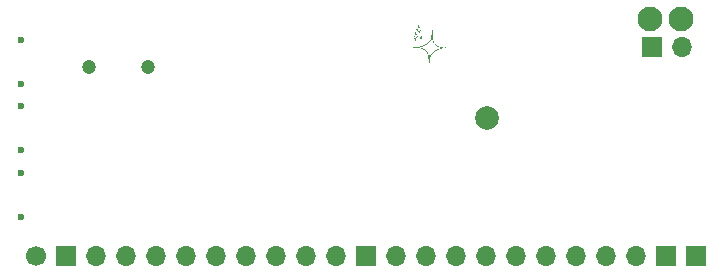
<source format=gbr>
%TF.GenerationSoftware,KiCad,Pcbnew,8.0.7*%
%TF.CreationDate,2024-12-31T00:41:56+01:00*%
%TF.ProjectId,BeDECT,42654445-4354-42e6-9b69-6361645f7063,rev?*%
%TF.SameCoordinates,Original*%
%TF.FileFunction,Soldermask,Bot*%
%TF.FilePolarity,Negative*%
%FSLAX46Y46*%
G04 Gerber Fmt 4.6, Leading zero omitted, Abs format (unit mm)*
G04 Created by KiCad (PCBNEW 8.0.7) date 2024-12-31 00:41:56*
%MOMM*%
%LPD*%
G01*
G04 APERTURE LIST*
%ADD10C,0.000000*%
%ADD11C,0.600000*%
%ADD12R,1.700000X1.700000*%
%ADD13O,1.700000X1.700000*%
%ADD14C,2.100000*%
%ADD15C,1.200000*%
%ADD16C,1.700000*%
%ADD17C,2.000000*%
G04 APERTURE END LIST*
D10*
%TO.C,G\u002A\u002A\u002A*%
G36*
X151700697Y-78011658D02*
G01*
X151701433Y-78024257D01*
X151695770Y-78029417D01*
X151683714Y-78028322D01*
X151677941Y-78027692D01*
X151667166Y-78032491D01*
X151657715Y-78046491D01*
X151648977Y-78070788D01*
X151640343Y-78106481D01*
X151639888Y-78108635D01*
X151634808Y-78131049D01*
X151630300Y-78148398D01*
X151627292Y-78157082D01*
X151621960Y-78162185D01*
X151612863Y-78161029D01*
X151604557Y-78151012D01*
X151599400Y-78134080D01*
X151594823Y-78113361D01*
X151577168Y-78074405D01*
X151549058Y-78038670D01*
X151511840Y-78008097D01*
X151504054Y-78002729D01*
X151492184Y-77993387D01*
X151487696Y-77987983D01*
X151488284Y-77986933D01*
X151490551Y-77984602D01*
X151561661Y-77984602D01*
X151568342Y-77995075D01*
X151580517Y-78010011D01*
X151592215Y-78023901D01*
X151602211Y-78037203D01*
X151606055Y-78044395D01*
X151606413Y-78047567D01*
X151610625Y-78049985D01*
X151617574Y-78043939D01*
X151624724Y-78031219D01*
X151632478Y-78016289D01*
X151640788Y-78005715D01*
X151641669Y-78004940D01*
X151645105Y-77998408D01*
X151643227Y-77987726D01*
X151635551Y-77969561D01*
X151630469Y-77958722D01*
X151623704Y-77944516D01*
X151620411Y-77937924D01*
X151617607Y-77938908D01*
X151607807Y-77946130D01*
X151593699Y-77958242D01*
X151583423Y-77967047D01*
X151569852Y-77977089D01*
X151561745Y-77980999D01*
X151561661Y-77984602D01*
X151490551Y-77984602D01*
X151495692Y-77979316D01*
X151509772Y-77966649D01*
X151528220Y-77951032D01*
X151552187Y-77930455D01*
X151576365Y-77906428D01*
X151591990Y-77885279D01*
X151600394Y-77865099D01*
X151602910Y-77843977D01*
X151602769Y-77836705D01*
X151601044Y-77816391D01*
X151597979Y-77801772D01*
X151597724Y-77801058D01*
X151596730Y-77790013D01*
X151605557Y-77784233D01*
X151617780Y-77783228D01*
X151635028Y-77790033D01*
X151646750Y-77804219D01*
X151647266Y-77805673D01*
X151650111Y-77819084D01*
X151653133Y-77840271D01*
X151655761Y-77865346D01*
X151655766Y-77865396D01*
X151660470Y-77899914D01*
X151669116Y-77931623D01*
X151683456Y-77966950D01*
X151693559Y-77990439D01*
X151696240Y-77998408D01*
X151700697Y-78011658D01*
G37*
G36*
X151702031Y-77311902D02*
G01*
X151715457Y-77320639D01*
X151720140Y-77324581D01*
X151724127Y-77331119D01*
X151718583Y-77336876D01*
X151701534Y-77342355D01*
X151677955Y-77342143D01*
X151652766Y-77336176D01*
X151633150Y-77331960D01*
X151612537Y-77335405D01*
X151590842Y-77348228D01*
X151565820Y-77371335D01*
X151558578Y-77379105D01*
X151524032Y-77425286D01*
X151499921Y-77476315D01*
X151485769Y-77533469D01*
X151481098Y-77598021D01*
X151480697Y-77623795D01*
X151479038Y-77645200D01*
X151475698Y-77659145D01*
X151470257Y-77668351D01*
X151460682Y-77676457D01*
X151448377Y-77680925D01*
X151444933Y-77680554D01*
X151440109Y-77676356D01*
X151437834Y-77665235D01*
X151437263Y-77644416D01*
X151434227Y-77604900D01*
X151421989Y-77550165D01*
X151401717Y-77494532D01*
X151374863Y-77441233D01*
X151342879Y-77393503D01*
X151307214Y-77354577D01*
X151300210Y-77348393D01*
X151286018Y-77338058D01*
X151273515Y-77334277D01*
X151257830Y-77335133D01*
X151254144Y-77335579D01*
X151236095Y-77335113D01*
X151225249Y-77328362D01*
X151218068Y-77321950D01*
X151202835Y-77319268D01*
X151186131Y-77328682D01*
X151179920Y-77333957D01*
X151175490Y-77334142D01*
X151174699Y-77323290D01*
X151175097Y-77319435D01*
X151181056Y-77303262D01*
X151184026Y-77298633D01*
X151316163Y-77298633D01*
X151354692Y-77339820D01*
X151360393Y-77346176D01*
X151379226Y-77370239D01*
X151398168Y-77398305D01*
X151415644Y-77427614D01*
X151430077Y-77455405D01*
X151439893Y-77478920D01*
X151443515Y-77495399D01*
X151443523Y-77496412D01*
X151445489Y-77505516D01*
X151450244Y-77503845D01*
X151456828Y-77492461D01*
X151464281Y-77472426D01*
X151479584Y-77436082D01*
X151502604Y-77397666D01*
X151530500Y-77361349D01*
X151560688Y-77330487D01*
X151590583Y-77308437D01*
X151593037Y-77306933D01*
X151596813Y-77302538D01*
X151595260Y-77295994D01*
X151587322Y-77284961D01*
X151571944Y-77267096D01*
X151540523Y-77228172D01*
X151494923Y-77157497D01*
X151457601Y-77080335D01*
X151430054Y-76999508D01*
X151422426Y-76971376D01*
X151417274Y-77021388D01*
X151409053Y-77074482D01*
X151389477Y-77147733D01*
X151361586Y-77218320D01*
X151326882Y-77281916D01*
X151316163Y-77298633D01*
X151184026Y-77298633D01*
X151191890Y-77286375D01*
X151204472Y-77272916D01*
X151216405Y-77267307D01*
X151233139Y-77267175D01*
X151247789Y-77267138D01*
X151261616Y-77262805D01*
X151274628Y-77252281D01*
X151288864Y-77233857D01*
X151306366Y-77205822D01*
X151343345Y-77134931D01*
X151375918Y-77047942D01*
X151397042Y-76956134D01*
X151398846Y-76945223D01*
X151403638Y-76918053D01*
X151407492Y-76900860D01*
X151411044Y-76891819D01*
X151414931Y-76889107D01*
X151419789Y-76890897D01*
X151422646Y-76890407D01*
X151424385Y-76880148D01*
X151423407Y-76858178D01*
X151422477Y-76841948D01*
X151422903Y-76832689D01*
X151424697Y-76833842D01*
X151426895Y-76840304D01*
X151432705Y-76857636D01*
X151440667Y-76881537D01*
X151449730Y-76908860D01*
X151471998Y-76973743D01*
X151493314Y-77030344D01*
X151513701Y-77078206D01*
X151533922Y-77119118D01*
X151554741Y-77154870D01*
X151585462Y-77201754D01*
X151612544Y-77239230D01*
X151636125Y-77267194D01*
X151657017Y-77286607D01*
X151676029Y-77298427D01*
X151683230Y-77301842D01*
X151684531Y-77302538D01*
X151702031Y-77311902D01*
G37*
G36*
X151375071Y-77903559D02*
G01*
X151391737Y-77924636D01*
X151398574Y-77938209D01*
X151395582Y-77944221D01*
X151382762Y-77942613D01*
X151360117Y-77933330D01*
X151356845Y-77931797D01*
X151342870Y-77926861D01*
X151329808Y-77927089D01*
X151311456Y-77932357D01*
X151301155Y-77935958D01*
X151289725Y-77941870D01*
X151285696Y-77949932D01*
X151286089Y-77963842D01*
X151286566Y-77973656D01*
X151283904Y-77984813D01*
X151275205Y-77990224D01*
X151261860Y-77991770D01*
X151253283Y-77987851D01*
X151253481Y-77979966D01*
X151253703Y-77976471D01*
X151245769Y-77975770D01*
X151236495Y-77980877D01*
X151222688Y-77996074D01*
X151208020Y-78018691D01*
X151194082Y-78046206D01*
X151182465Y-78076095D01*
X151181401Y-78080011D01*
X151176426Y-78098318D01*
X151169783Y-78129168D01*
X151163421Y-78164314D01*
X151158146Y-78199660D01*
X151156988Y-78208490D01*
X151152893Y-78238923D01*
X151149793Y-78258815D01*
X151147200Y-78269672D01*
X151144627Y-78272999D01*
X151141586Y-78270303D01*
X151137588Y-78263088D01*
X151136612Y-78261263D01*
X151128335Y-78249550D01*
X151121567Y-78245437D01*
X151120158Y-78244333D01*
X151115328Y-78234046D01*
X151108555Y-78214671D01*
X151100536Y-78188283D01*
X151091964Y-78156959D01*
X151086729Y-78137406D01*
X151072418Y-78090798D01*
X151118435Y-78090798D01*
X151118715Y-78095090D01*
X151122479Y-78102066D01*
X151128086Y-78099219D01*
X151132259Y-78087363D01*
X151133146Y-78080011D01*
X151132160Y-78073158D01*
X151126707Y-78075689D01*
X151122818Y-78079891D01*
X151118435Y-78090798D01*
X151072418Y-78090798D01*
X151070948Y-78086009D01*
X151053665Y-78042629D01*
X151033193Y-78003921D01*
X151007840Y-77966540D01*
X150975920Y-77927140D01*
X150966929Y-77916677D01*
X151006564Y-77916677D01*
X151038566Y-77947275D01*
X151067941Y-77981722D01*
X151093532Y-78026637D01*
X151116496Y-78075400D01*
X151127101Y-78048517D01*
X151129129Y-78043708D01*
X151148632Y-78011589D01*
X151177425Y-77979423D01*
X151213016Y-77949661D01*
X151252914Y-77924754D01*
X151263736Y-77919040D01*
X151284341Y-77907983D01*
X151299165Y-77899784D01*
X151305554Y-77895900D01*
X151305519Y-77894275D01*
X151300119Y-77885731D01*
X151289268Y-77873066D01*
X151282929Y-77865963D01*
X151266555Y-77845647D01*
X151251434Y-77824711D01*
X151245647Y-77815621D01*
X151231269Y-77790730D01*
X151214849Y-77760111D01*
X151198048Y-77727073D01*
X151182528Y-77694926D01*
X151169952Y-77666979D01*
X151161979Y-77646542D01*
X151153767Y-77621536D01*
X151145216Y-77655919D01*
X151132628Y-77702797D01*
X151111643Y-77766161D01*
X151088794Y-77818066D01*
X151063809Y-77859096D01*
X151036414Y-77889840D01*
X151006564Y-77916677D01*
X150966929Y-77916677D01*
X150960250Y-77908905D01*
X150946427Y-77892413D01*
X150939659Y-77883208D01*
X150939316Y-77880054D01*
X150944763Y-77881717D01*
X150955371Y-77886959D01*
X150980457Y-77899757D01*
X151002517Y-77877696D01*
X151009730Y-77870134D01*
X151024342Y-77851633D01*
X151037416Y-77829330D01*
X151050456Y-77800444D01*
X151064964Y-77762195D01*
X151068428Y-77752421D01*
X151093052Y-77672192D01*
X151108865Y-77596736D01*
X151116512Y-77523074D01*
X151118284Y-77494865D01*
X151120398Y-77471354D01*
X151122564Y-77455459D01*
X151124517Y-77449618D01*
X151124586Y-77449619D01*
X151135744Y-77455392D01*
X151146809Y-77470557D01*
X151156120Y-77492120D01*
X151162012Y-77517089D01*
X151164802Y-77531254D01*
X151171677Y-77553806D01*
X151182788Y-77582207D01*
X151198798Y-77618119D01*
X151220373Y-77663208D01*
X151237129Y-77697109D01*
X151260589Y-77742845D01*
X151281259Y-77780346D01*
X151300404Y-77811630D01*
X151319288Y-77838717D01*
X151339173Y-77863625D01*
X151361325Y-77888374D01*
X151368138Y-77895900D01*
X151375071Y-77903559D01*
G37*
G36*
X153910507Y-78846298D02*
G01*
X153918795Y-78857543D01*
X153916994Y-78866680D01*
X153915993Y-78867172D01*
X153906530Y-78865853D01*
X153891834Y-78860159D01*
X153873838Y-78852890D01*
X153857170Y-78850490D01*
X153849250Y-78856409D01*
X153848417Y-78857464D01*
X153838552Y-78859450D01*
X153817466Y-78858868D01*
X153784651Y-78855715D01*
X153735592Y-78852134D01*
X153663860Y-78852386D01*
X153586872Y-78857935D01*
X153507894Y-78868424D01*
X153430190Y-78883491D01*
X153357027Y-78902778D01*
X153340602Y-78907726D01*
X153308867Y-78917115D01*
X153273462Y-78927439D01*
X153239435Y-78937220D01*
X153217848Y-78943554D01*
X153181972Y-78954708D01*
X153147855Y-78965971D01*
X153120655Y-78975674D01*
X153115530Y-78977678D01*
X153091685Y-78987846D01*
X153061441Y-79001658D01*
X153027019Y-79018004D01*
X152990637Y-79035778D01*
X152954517Y-79053870D01*
X152920877Y-79071173D01*
X152891938Y-79086579D01*
X152869919Y-79098979D01*
X152857042Y-79107266D01*
X152845499Y-79113947D01*
X152835094Y-79113035D01*
X152830573Y-79112862D01*
X152816622Y-79119880D01*
X152793961Y-79135640D01*
X152762522Y-79160186D01*
X152750514Y-79169885D01*
X152728420Y-79187800D01*
X152710407Y-79202674D01*
X152694619Y-79216195D01*
X152679202Y-79230052D01*
X152662303Y-79245935D01*
X152642065Y-79265532D01*
X152616635Y-79290531D01*
X152584158Y-79322622D01*
X152559711Y-79346926D01*
X152536045Y-79371164D01*
X152518083Y-79391020D01*
X152503986Y-79408860D01*
X152491913Y-79427052D01*
X152480025Y-79447961D01*
X152466480Y-79473954D01*
X152451234Y-79505535D01*
X152430078Y-79556934D01*
X152415380Y-79603636D01*
X152407249Y-79639073D01*
X152398000Y-79685368D01*
X152388003Y-79740395D01*
X152377563Y-79802298D01*
X152366982Y-79869218D01*
X152356563Y-79939300D01*
X152346609Y-80010685D01*
X152337423Y-80081516D01*
X152336601Y-80088070D01*
X152329769Y-80139208D01*
X152322824Y-80185712D01*
X152316091Y-80225630D01*
X152309898Y-80257008D01*
X152304572Y-80277893D01*
X152290777Y-80321107D01*
X152284518Y-80293522D01*
X152278259Y-80265936D01*
X152276256Y-80296032D01*
X152275611Y-80303552D01*
X152272202Y-80319638D01*
X152266796Y-80323656D01*
X152265340Y-80321554D01*
X152262975Y-80310428D01*
X152260739Y-80289502D01*
X152258618Y-80258439D01*
X152256600Y-80216900D01*
X152254671Y-80164547D01*
X152252817Y-80101043D01*
X152251026Y-80026050D01*
X152249283Y-79939229D01*
X152247575Y-79840243D01*
X152247435Y-79831844D01*
X152246493Y-79784486D01*
X152245367Y-79740423D01*
X152244120Y-79701495D01*
X152242818Y-79669544D01*
X152241526Y-79646413D01*
X152240308Y-79633942D01*
X152237336Y-79618793D01*
X152230809Y-79589843D01*
X152222521Y-79556179D01*
X152213234Y-79520618D01*
X152203710Y-79485976D01*
X152194709Y-79455070D01*
X152186992Y-79430715D01*
X152181322Y-79415727D01*
X152179327Y-79411356D01*
X152170684Y-79391066D01*
X152160156Y-79364963D01*
X152149584Y-79337583D01*
X152141762Y-79317585D01*
X152116759Y-79263434D01*
X152087359Y-79214527D01*
X152051259Y-79167341D01*
X152006153Y-79118352D01*
X152001550Y-79113725D01*
X151958240Y-79073504D01*
X151912064Y-79035820D01*
X151865609Y-79002542D01*
X151821466Y-78975540D01*
X151782221Y-78956682D01*
X151766458Y-78949983D01*
X151741242Y-78938473D01*
X151711712Y-78924434D01*
X151681485Y-78909559D01*
X151662635Y-78900249D01*
X151615518Y-78878622D01*
X151571261Y-78861316D01*
X151527680Y-78847907D01*
X151482591Y-78837971D01*
X151433809Y-78831082D01*
X151379151Y-78826818D01*
X151316431Y-78824752D01*
X151243466Y-78824462D01*
X151169584Y-78824036D01*
X151102612Y-78821610D01*
X151047442Y-78817108D01*
X151003792Y-78810487D01*
X150971384Y-78801703D01*
X150949937Y-78790713D01*
X150947466Y-78787674D01*
X151531036Y-78787674D01*
X151531576Y-78790209D01*
X151540807Y-78799199D01*
X151559989Y-78808369D01*
X151587186Y-78817066D01*
X151620463Y-78824638D01*
X151657882Y-78830433D01*
X151705818Y-78840134D01*
X151753867Y-78858766D01*
X151760970Y-78862090D01*
X151783160Y-78871845D01*
X151800755Y-78878658D01*
X151810453Y-78881221D01*
X151810822Y-78881230D01*
X151822234Y-78885163D01*
X151836373Y-78894082D01*
X151860847Y-78911939D01*
X151887096Y-78928579D01*
X151908824Y-78939593D01*
X151923635Y-78943622D01*
X151933639Y-78947511D01*
X151950652Y-78959734D01*
X151972419Y-78978711D01*
X151997386Y-79002825D01*
X152024000Y-79030456D01*
X152050706Y-79059986D01*
X152075950Y-79089796D01*
X152098178Y-79118269D01*
X152115836Y-79143785D01*
X152120533Y-79151131D01*
X152135923Y-79174192D01*
X152149904Y-79193803D01*
X152159930Y-79206350D01*
X152166811Y-79215398D01*
X152179522Y-79236699D01*
X152193855Y-79264500D01*
X152208347Y-79295610D01*
X152221536Y-79326843D01*
X152231959Y-79355008D01*
X152238155Y-79376919D01*
X152239342Y-79382564D01*
X152244856Y-79406675D01*
X152252044Y-79436109D01*
X152259664Y-79465739D01*
X152262276Y-79475767D01*
X152269355Y-79504538D01*
X152275211Y-79530530D01*
X152278779Y-79549108D01*
X152280170Y-79556281D01*
X152285400Y-79571773D01*
X152291483Y-79579472D01*
X152296330Y-79584466D01*
X152300185Y-79599477D01*
X152300703Y-79620836D01*
X152298095Y-79645262D01*
X152292572Y-79669475D01*
X152284347Y-79690194D01*
X152279412Y-79700632D01*
X152271741Y-79723149D01*
X152268718Y-79742107D01*
X152268724Y-79745234D01*
X152269428Y-79757799D01*
X152272620Y-79760156D01*
X152280150Y-79754279D01*
X152288178Y-79747637D01*
X152294512Y-79743933D01*
X152294944Y-79744392D01*
X152296010Y-79753202D01*
X152296338Y-79771340D01*
X152296014Y-79796335D01*
X152295126Y-79825719D01*
X152293761Y-79857020D01*
X152292006Y-79887769D01*
X152289948Y-79915496D01*
X152287675Y-79937731D01*
X152285698Y-79957603D01*
X152283451Y-79988073D01*
X152281225Y-80025287D01*
X152279195Y-80066279D01*
X152277538Y-80108085D01*
X152277362Y-80113295D01*
X152276137Y-80156071D01*
X152275577Y-80189621D01*
X152275636Y-80213477D01*
X152276268Y-80227172D01*
X152277430Y-80230238D01*
X152279074Y-80222208D01*
X152281157Y-80202614D01*
X152283633Y-80170990D01*
X152284411Y-80160516D01*
X152289726Y-80103774D01*
X152297330Y-80038386D01*
X152306778Y-79967278D01*
X152317627Y-79893374D01*
X152329431Y-79819597D01*
X152341746Y-79748873D01*
X152354127Y-79684126D01*
X152366131Y-79628279D01*
X152369835Y-79611004D01*
X152376849Y-79571318D01*
X152382447Y-79530617D01*
X152385667Y-79495434D01*
X152386991Y-79475823D01*
X152389207Y-79452860D01*
X152391567Y-79437167D01*
X152393742Y-79431356D01*
X152394215Y-79431456D01*
X152399093Y-79438012D01*
X152404496Y-79451673D01*
X152410800Y-79471991D01*
X152421714Y-79447109D01*
X152430756Y-79431157D01*
X152447420Y-79407213D01*
X152470052Y-79377602D01*
X152497263Y-79344037D01*
X152527666Y-79308227D01*
X152559871Y-79271883D01*
X152592490Y-79236716D01*
X152603587Y-79225230D01*
X152632020Y-79197100D01*
X152661526Y-79169455D01*
X152690461Y-79143694D01*
X152717182Y-79121220D01*
X152740043Y-79103432D01*
X152757400Y-79091733D01*
X152767609Y-79087521D01*
X152768777Y-79087364D01*
X152779883Y-79082898D01*
X152798702Y-79073203D01*
X152822922Y-79059523D01*
X152850230Y-79043101D01*
X152850905Y-79042684D01*
X152881850Y-79024321D01*
X152913204Y-79007001D01*
X152941342Y-78992655D01*
X152962639Y-78983215D01*
X152982564Y-78975273D01*
X153013490Y-78962027D01*
X153040783Y-78949409D01*
X153043130Y-78948296D01*
X153062521Y-78940173D01*
X153090918Y-78929394D01*
X153125835Y-78916855D01*
X153164788Y-78903453D01*
X153205292Y-78890083D01*
X153214095Y-78887237D01*
X153255230Y-78873706D01*
X153285768Y-78863145D01*
X153306889Y-78855069D01*
X153319769Y-78848999D01*
X153325589Y-78844452D01*
X153325527Y-78840946D01*
X153325106Y-78840473D01*
X153313039Y-78833227D01*
X153291471Y-78825483D01*
X153263144Y-78817975D01*
X153230799Y-78811436D01*
X153197178Y-78806600D01*
X153191383Y-78805897D01*
X153147336Y-78796434D01*
X153102638Y-78778759D01*
X153095007Y-78775176D01*
X153073375Y-78765486D01*
X153056768Y-78758729D01*
X153048284Y-78756190D01*
X153045454Y-78755575D01*
X153033467Y-78750019D01*
X153017676Y-78740561D01*
X153014164Y-78738253D01*
X152991695Y-78723486D01*
X152970117Y-78709303D01*
X152963923Y-78705527D01*
X152945737Y-78697055D01*
X152931244Y-78693674D01*
X152929828Y-78693517D01*
X152917780Y-78687288D01*
X152899755Y-78673135D01*
X152877266Y-78652649D01*
X152851829Y-78627420D01*
X152824956Y-78599039D01*
X152798162Y-78569097D01*
X152772960Y-78539185D01*
X152750866Y-78510893D01*
X152733393Y-78485811D01*
X152722386Y-78469027D01*
X152708666Y-78449445D01*
X152698176Y-78436064D01*
X152692575Y-78431110D01*
X152688364Y-78427054D01*
X152680110Y-78413590D01*
X152669317Y-78393029D01*
X152657113Y-78367794D01*
X152644628Y-78340308D01*
X152632992Y-78312993D01*
X152623335Y-78288273D01*
X152616786Y-78268570D01*
X152615776Y-78264915D01*
X152610203Y-78243540D01*
X152602891Y-78214193D01*
X152594672Y-78180262D01*
X152586381Y-78145130D01*
X152586246Y-78144551D01*
X152577032Y-78107263D01*
X152569026Y-78079451D01*
X152562531Y-78062062D01*
X152557852Y-78056046D01*
X152554637Y-78053549D01*
X152552020Y-78043055D01*
X152550647Y-78023004D01*
X152550347Y-77991939D01*
X152550503Y-77978253D01*
X152551315Y-77944184D01*
X152552691Y-77902626D01*
X152554500Y-77856435D01*
X152556614Y-77808466D01*
X152558903Y-77761575D01*
X152561240Y-77718617D01*
X152563493Y-77682446D01*
X152565536Y-77655919D01*
X152565763Y-77652462D01*
X152564915Y-77653188D01*
X152562399Y-77664490D01*
X152558451Y-77685152D01*
X152553310Y-77713958D01*
X152547213Y-77749692D01*
X152542720Y-77776277D01*
X152529695Y-77850227D01*
X152516374Y-77920641D01*
X152501753Y-77992715D01*
X152484822Y-78071646D01*
X152480178Y-78098982D01*
X152476555Y-78133201D01*
X152475127Y-78164898D01*
X152474816Y-78184008D01*
X152473286Y-78201973D01*
X152470268Y-78207977D01*
X152465525Y-78202317D01*
X152458822Y-78185288D01*
X152452002Y-78165419D01*
X152438261Y-78196458D01*
X152432584Y-78208737D01*
X152424867Y-78223643D01*
X152419959Y-78230842D01*
X152418796Y-78231904D01*
X152410830Y-78240659D01*
X152397857Y-78255798D01*
X152382034Y-78274821D01*
X152378824Y-78278715D01*
X152348408Y-78314257D01*
X152315125Y-78351084D01*
X152280213Y-78388011D01*
X152244911Y-78423856D01*
X152210457Y-78457434D01*
X152178089Y-78487561D01*
X152149046Y-78513054D01*
X152124567Y-78532729D01*
X152105890Y-78545402D01*
X152094254Y-78549889D01*
X152090869Y-78550767D01*
X152077408Y-78556841D01*
X152056520Y-78567742D01*
X152030317Y-78582347D01*
X152000914Y-78599529D01*
X151989940Y-78605991D01*
X151956815Y-78624527D01*
X151924652Y-78641260D01*
X151896652Y-78654565D01*
X151876021Y-78662818D01*
X151853884Y-78670702D01*
X151830830Y-78680198D01*
X151814478Y-78688361D01*
X151811387Y-78690107D01*
X151797015Y-78696759D01*
X151775198Y-78705222D01*
X151745018Y-78715811D01*
X151705556Y-78728840D01*
X151655895Y-78744624D01*
X151595115Y-78763477D01*
X151573982Y-78770227D01*
X151551762Y-78777999D01*
X151536628Y-78784124D01*
X151531036Y-78787674D01*
X150947466Y-78787674D01*
X150939172Y-78777474D01*
X150938843Y-78776590D01*
X150938201Y-78766381D01*
X150946694Y-78764528D01*
X150964431Y-78771000D01*
X150982323Y-78778248D01*
X150999145Y-78780605D01*
X151007157Y-78774322D01*
X151009476Y-78772238D01*
X151020050Y-78770810D01*
X151040218Y-78771803D01*
X151071312Y-78775235D01*
X151074006Y-78775565D01*
X151126313Y-78779436D01*
X151186295Y-78779890D01*
X151249884Y-78777098D01*
X151313015Y-78771234D01*
X151371622Y-78762471D01*
X151372481Y-78762313D01*
X151403575Y-78756539D01*
X151426179Y-78752147D01*
X151444010Y-78748265D01*
X151460784Y-78744023D01*
X151480218Y-78738550D01*
X151506030Y-78730974D01*
X151513860Y-78728684D01*
X151541906Y-78720654D01*
X151574490Y-78711502D01*
X151606055Y-78702794D01*
X151617712Y-78699529D01*
X151654148Y-78688621D01*
X151693117Y-78676166D01*
X151727960Y-78664271D01*
X151740851Y-78659451D01*
X151771905Y-78646734D01*
X151807975Y-78630884D01*
X151846699Y-78613044D01*
X151885714Y-78594356D01*
X151922659Y-78575962D01*
X151955171Y-78559003D01*
X151980888Y-78544623D01*
X151997449Y-78533963D01*
X151997640Y-78533820D01*
X152013571Y-78524604D01*
X152023031Y-78525507D01*
X152027284Y-78525630D01*
X152039879Y-78519711D01*
X152058372Y-78508028D01*
X152080793Y-78492136D01*
X152105171Y-78473592D01*
X152129536Y-78453954D01*
X152151916Y-78434779D01*
X152170342Y-78417623D01*
X152182843Y-78404044D01*
X152187448Y-78395598D01*
X152188234Y-78391745D01*
X152193730Y-78390494D01*
X152193767Y-78390515D01*
X152200439Y-78387717D01*
X152213986Y-78377542D01*
X152232673Y-78361631D01*
X152254761Y-78341627D01*
X152278516Y-78319169D01*
X152302201Y-78295899D01*
X152324079Y-78273458D01*
X152342415Y-78253488D01*
X152355471Y-78237629D01*
X152356895Y-78235689D01*
X152379514Y-78199933D01*
X152402163Y-78155921D01*
X152423158Y-78107519D01*
X152440812Y-78058590D01*
X152453440Y-78012998D01*
X152454622Y-78007673D01*
X152464804Y-77958453D01*
X152475909Y-77899515D01*
X152487538Y-77833269D01*
X152499293Y-77762124D01*
X152510772Y-77688489D01*
X152521577Y-77614775D01*
X152531309Y-77543391D01*
X152534469Y-77519750D01*
X152540420Y-77477954D01*
X152546262Y-77440087D01*
X152551645Y-77408270D01*
X152556220Y-77384622D01*
X152559639Y-77371265D01*
X152561471Y-77365959D01*
X152566693Y-77347160D01*
X152568792Y-77333235D01*
X152569858Y-77322955D01*
X152575550Y-77315386D01*
X152585408Y-77319156D01*
X152588632Y-77324732D01*
X152591068Y-77336900D01*
X152592663Y-77357032D01*
X152593534Y-77386639D01*
X152593798Y-77427229D01*
X152594019Y-77457724D01*
X152594892Y-77504800D01*
X152596312Y-77556517D01*
X152598152Y-77608458D01*
X152600288Y-77656207D01*
X152601880Y-77690020D01*
X152604050Y-77743943D01*
X152605958Y-77800150D01*
X152607439Y-77853719D01*
X152608333Y-77899729D01*
X152608394Y-77904235D01*
X152609066Y-77944699D01*
X152610075Y-77976023D01*
X152611803Y-78001274D01*
X152614628Y-78023521D01*
X152618931Y-78045830D01*
X152625091Y-78071269D01*
X152633487Y-78102904D01*
X152634839Y-78107872D01*
X152645461Y-78144531D01*
X152656997Y-78180973D01*
X152668144Y-78213224D01*
X152677596Y-78237312D01*
X152690125Y-78266303D01*
X152703521Y-78297847D01*
X152714760Y-78324834D01*
X152716221Y-78328362D01*
X152753359Y-78401318D01*
X152801608Y-78470044D01*
X152860065Y-78533667D01*
X152927829Y-78591316D01*
X153003998Y-78642120D01*
X153087669Y-78685206D01*
X153098010Y-78689872D01*
X153133260Y-78706234D01*
X153169937Y-78723799D01*
X153201587Y-78739489D01*
X153230974Y-78753569D01*
X153281294Y-78773434D01*
X153333926Y-78788542D01*
X153390829Y-78799224D01*
X153453964Y-78805813D01*
X153525292Y-78808639D01*
X153606772Y-78808036D01*
X153638899Y-78807382D01*
X153709893Y-78807375D01*
X153769479Y-78809699D01*
X153818291Y-78814405D01*
X153856962Y-78821547D01*
X153886125Y-78831177D01*
X153893855Y-78834927D01*
X153907804Y-78844452D01*
X153910507Y-78846298D01*
G37*
%TD*%
D11*
%TO.C,SW4*%
X117725000Y-81900000D03*
X117725000Y-78199998D03*
%TD*%
%TO.C,SW3*%
X117725000Y-87500000D03*
X117725000Y-83799998D03*
%TD*%
%TO.C,SW2*%
X117725000Y-93150001D03*
X117725000Y-89449999D03*
%TD*%
D12*
%TO.C,LS1*%
X171150000Y-78800000D03*
D13*
X173690000Y-78800000D03*
%TD*%
D14*
%TO.C,REF\u002A\u002A*%
X173625000Y-76400000D03*
%TD*%
%TO.C,REF\u002A\u002A*%
X171025000Y-76400000D03*
%TD*%
D15*
%TO.C,J2*%
X123500000Y-80500000D03*
X128500000Y-80500000D03*
%TD*%
D16*
%TO.C,J1*%
X119020000Y-96500000D03*
D12*
X121560000Y-96500000D03*
D13*
X124100000Y-96500000D03*
X126640000Y-96500000D03*
X129180000Y-96500000D03*
X131720000Y-96500000D03*
X134260000Y-96500000D03*
X136800000Y-96500000D03*
X139340000Y-96500000D03*
X141880000Y-96500000D03*
X144420000Y-96500000D03*
D12*
X146960000Y-96500000D03*
D13*
X149500000Y-96500000D03*
X152040000Y-96500000D03*
X154580000Y-96500000D03*
X157120000Y-96500000D03*
X159660000Y-96500000D03*
X162200000Y-96500000D03*
X164740000Y-96500000D03*
X167280000Y-96500000D03*
X169820000Y-96500000D03*
D12*
X172360000Y-96500000D03*
X174900000Y-96500000D03*
%TD*%
D17*
%TO.C,TP1*%
X157200000Y-84800000D03*
%TD*%
M02*

</source>
